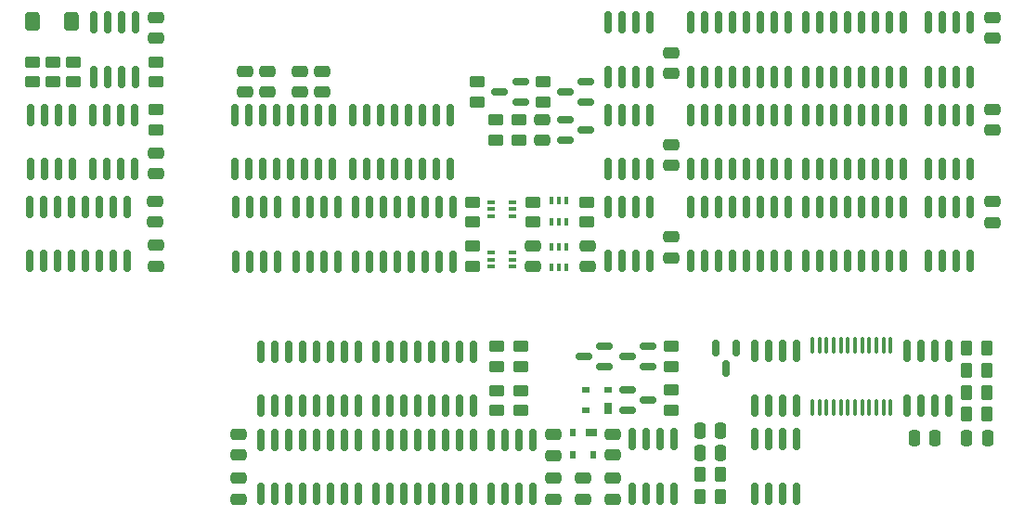
<source format=gbr>
%TF.GenerationSoftware,KiCad,Pcbnew,8.0.5-8.0.5-0~ubuntu24.04.1*%
%TF.CreationDate,2024-09-09T00:24:46+02:00*%
%TF.ProjectId,xMultislope-1v0,784d756c-7469-4736-9c6f-70652d317630,rev?*%
%TF.SameCoordinates,Original*%
%TF.FileFunction,Paste,Top*%
%TF.FilePolarity,Positive*%
%FSLAX46Y46*%
G04 Gerber Fmt 4.6, Leading zero omitted, Abs format (unit mm)*
G04 Created by KiCad (PCBNEW 8.0.5-8.0.5-0~ubuntu24.04.1) date 2024-09-09 00:24:46*
%MOMM*%
%LPD*%
G01*
G04 APERTURE LIST*
G04 Aperture macros list*
%AMRoundRect*
0 Rectangle with rounded corners*
0 $1 Rounding radius*
0 $2 $3 $4 $5 $6 $7 $8 $9 X,Y pos of 4 corners*
0 Add a 4 corners polygon primitive as box body*
4,1,4,$2,$3,$4,$5,$6,$7,$8,$9,$2,$3,0*
0 Add four circle primitives for the rounded corners*
1,1,$1+$1,$2,$3*
1,1,$1+$1,$4,$5*
1,1,$1+$1,$6,$7*
1,1,$1+$1,$8,$9*
0 Add four rect primitives between the rounded corners*
20,1,$1+$1,$2,$3,$4,$5,0*
20,1,$1+$1,$4,$5,$6,$7,0*
20,1,$1+$1,$6,$7,$8,$9,0*
20,1,$1+$1,$8,$9,$2,$3,0*%
G04 Aperture macros list end*
%ADD10RoundRect,0.250000X-0.475000X0.250000X-0.475000X-0.250000X0.475000X-0.250000X0.475000X0.250000X0*%
%ADD11RoundRect,0.250000X0.450000X-0.262500X0.450000X0.262500X-0.450000X0.262500X-0.450000X-0.262500X0*%
%ADD12RoundRect,0.150000X-0.587500X-0.150000X0.587500X-0.150000X0.587500X0.150000X-0.587500X0.150000X0*%
%ADD13RoundRect,0.100000X0.225000X0.100000X-0.225000X0.100000X-0.225000X-0.100000X0.225000X-0.100000X0*%
%ADD14RoundRect,0.100000X-0.100000X0.637500X-0.100000X-0.637500X0.100000X-0.637500X0.100000X0.637500X0*%
%ADD15R,1.000000X0.700000*%
%ADD16R,0.600000X0.700000*%
%ADD17RoundRect,0.250000X-0.450000X0.262500X-0.450000X-0.262500X0.450000X-0.262500X0.450000X0.262500X0*%
%ADD18RoundRect,0.150000X-0.150000X0.825000X-0.150000X-0.825000X0.150000X-0.825000X0.150000X0.825000X0*%
%ADD19RoundRect,0.250000X0.475000X-0.250000X0.475000X0.250000X-0.475000X0.250000X-0.475000X-0.250000X0*%
%ADD20RoundRect,0.150000X-0.150000X0.587500X-0.150000X-0.587500X0.150000X-0.587500X0.150000X0.587500X0*%
%ADD21RoundRect,0.250000X-0.262500X-0.450000X0.262500X-0.450000X0.262500X0.450000X-0.262500X0.450000X0*%
%ADD22RoundRect,0.150000X0.150000X-0.825000X0.150000X0.825000X-0.150000X0.825000X-0.150000X-0.825000X0*%
%ADD23RoundRect,0.100000X0.100000X-0.225000X0.100000X0.225000X-0.100000X0.225000X-0.100000X-0.225000X0*%
%ADD24RoundRect,0.150000X0.587500X0.150000X-0.587500X0.150000X-0.587500X-0.150000X0.587500X-0.150000X0*%
%ADD25RoundRect,0.250000X-0.400000X-0.600000X0.400000X-0.600000X0.400000X0.600000X-0.400000X0.600000X0*%
%ADD26RoundRect,0.250000X-0.250000X-0.475000X0.250000X-0.475000X0.250000X0.475000X-0.250000X0.475000X0*%
%ADD27RoundRect,0.250000X0.262500X0.450000X-0.262500X0.450000X-0.262500X-0.450000X0.262500X-0.450000X0*%
%ADD28RoundRect,0.250000X0.250000X0.475000X-0.250000X0.475000X-0.250000X-0.475000X0.250000X-0.475000X0*%
%ADD29R,0.700000X1.000000*%
%ADD30R,0.700000X0.600000*%
G04 APERTURE END LIST*
D10*
%TO.C,C11*%
X123157789Y-67942161D03*
X123157789Y-69842161D03*
%TD*%
D11*
%TO.C,R14*%
X159959614Y-98846461D03*
X159959614Y-97021461D03*
%TD*%
%TO.C,R12*%
X146050914Y-74191461D03*
X146050914Y-72366461D03*
%TD*%
D12*
%TO.C,Q12*%
X155999614Y-96983961D03*
X155999614Y-98883961D03*
X157874614Y-97933961D03*
%TD*%
D13*
%TO.C,Q4*%
X145440914Y-85741461D03*
X145440914Y-85091461D03*
X145440914Y-84441461D03*
X143540914Y-84441461D03*
X143540914Y-85091461D03*
X143540914Y-85741461D03*
%TD*%
D14*
%TO.C,U14*%
X179974614Y-92893961D03*
X179324614Y-92893961D03*
X178674614Y-92893961D03*
X178024614Y-92893961D03*
X177374614Y-92893961D03*
X176724614Y-92893961D03*
X176074614Y-92893961D03*
X175424614Y-92893961D03*
X174774614Y-92893961D03*
X174124614Y-92893961D03*
X173474614Y-92893961D03*
X172824614Y-92893961D03*
X172824614Y-98618961D03*
X173474614Y-98618961D03*
X174124614Y-98618961D03*
X174774614Y-98618961D03*
X175424614Y-98618961D03*
X176074614Y-98618961D03*
X176724614Y-98618961D03*
X177374614Y-98618961D03*
X178024614Y-98618961D03*
X178674614Y-98618961D03*
X179324614Y-98618961D03*
X179974614Y-98618961D03*
%TD*%
D15*
%TO.C,Q2*%
X152674614Y-100878961D03*
D16*
X150974614Y-100878961D03*
X150974614Y-102878961D03*
X152874614Y-102878961D03*
%TD*%
D17*
%TO.C,R20*%
X105469614Y-67056461D03*
X105469614Y-68881461D03*
%TD*%
D18*
%TO.C,RN3*%
X131419614Y-93478961D03*
X130149614Y-93478961D03*
X128879614Y-93478961D03*
X127609614Y-93478961D03*
X126339614Y-93478961D03*
X125069614Y-93478961D03*
X123799614Y-93478961D03*
X122529614Y-93478961D03*
X122529614Y-98428961D03*
X123799614Y-98428961D03*
X125069614Y-98428961D03*
X126339614Y-98428961D03*
X127609614Y-98428961D03*
X128879614Y-98428961D03*
X130149614Y-98428961D03*
X131419614Y-98428961D03*
%TD*%
D19*
%TO.C,C5*%
X159929614Y-68106561D03*
X159929614Y-66206561D03*
%TD*%
D20*
%TO.C,D1*%
X165924614Y-93191461D03*
X164024614Y-93191461D03*
X164974614Y-95066461D03*
%TD*%
D18*
%TO.C,RN2*%
X141919614Y-93478961D03*
X140649614Y-93478961D03*
X139379614Y-93478961D03*
X138109614Y-93478961D03*
X136839614Y-93478961D03*
X135569614Y-93478961D03*
X134299614Y-93478961D03*
X133029614Y-93478961D03*
X133029614Y-98428961D03*
X134299614Y-98428961D03*
X135569614Y-98428961D03*
X136839614Y-98428961D03*
X138109614Y-98428961D03*
X139379614Y-98428961D03*
X140649614Y-98428961D03*
X141919614Y-98428961D03*
%TD*%
D21*
%TO.C,R3*%
X186917114Y-93203961D03*
X188742114Y-93203961D03*
%TD*%
D11*
%TO.C,R4*%
X146224614Y-98866461D03*
X146224614Y-97041461D03*
%TD*%
D22*
%TO.C,U18*%
X154209614Y-76828961D03*
X155479614Y-76828961D03*
X156749614Y-76828961D03*
X158019614Y-76828961D03*
X158019614Y-71878961D03*
X156749614Y-71878961D03*
X155479614Y-71878961D03*
X154209614Y-71878961D03*
%TD*%
D19*
%TO.C,C4*%
X159956914Y-76520761D03*
X159956914Y-74620761D03*
%TD*%
D23*
%TO.C,Q7*%
X149070914Y-81643961D03*
X149720914Y-81643961D03*
X150370914Y-81643961D03*
X150370914Y-79743961D03*
X149720914Y-79743961D03*
X149070914Y-79743961D03*
%TD*%
D19*
%TO.C,C13*%
X126065289Y-69842161D03*
X126065289Y-67942161D03*
%TD*%
D10*
%TO.C,C9*%
X112969614Y-62993961D03*
X112969614Y-64893961D03*
%TD*%
D19*
%TO.C,C21*%
X148150914Y-74228961D03*
X148150914Y-72328961D03*
%TD*%
D11*
%TO.C,R17*%
X159959614Y-94846461D03*
X159959614Y-93021461D03*
%TD*%
D19*
%TO.C,C22*%
X149224614Y-102953961D03*
X149224614Y-101053961D03*
%TD*%
D17*
%TO.C,R27*%
X147320914Y-79863961D03*
X147320914Y-81688961D03*
%TD*%
D23*
%TO.C,Q10*%
X149070914Y-85845211D03*
X149720914Y-85845211D03*
X150370914Y-85845211D03*
X150370914Y-83945211D03*
X149720914Y-83945211D03*
X149070914Y-83945211D03*
%TD*%
D10*
%TO.C,C24*%
X112979614Y-75380210D03*
X112979614Y-77280210D03*
%TD*%
D24*
%TO.C,Q11*%
X157874614Y-94883961D03*
X157874614Y-92983961D03*
X155999614Y-93933961D03*
%TD*%
D10*
%TO.C,C25*%
X112979614Y-83803961D03*
X112979614Y-85703961D03*
%TD*%
D11*
%TO.C,R16*%
X112979614Y-73242710D03*
X112979614Y-71417710D03*
%TD*%
D25*
%TO.C,D2*%
X101729614Y-63341461D03*
X105229614Y-63341461D03*
%TD*%
D18*
%TO.C,U1*%
X105339614Y-71880210D03*
X104069614Y-71880210D03*
X102799614Y-71880210D03*
X101529614Y-71880210D03*
X101529614Y-76830210D03*
X102799614Y-76830210D03*
X104069614Y-76830210D03*
X105339614Y-76830210D03*
%TD*%
D26*
%TO.C,R33*%
X162544614Y-100703961D03*
X164444614Y-100703961D03*
%TD*%
D10*
%TO.C,C10*%
X121057789Y-67942161D03*
X121057789Y-69842161D03*
%TD*%
D21*
%TO.C,R2*%
X162582114Y-106703961D03*
X164407114Y-106703961D03*
%TD*%
D10*
%TO.C,C15*%
X149224614Y-105053961D03*
X149224614Y-106953961D03*
%TD*%
D22*
%TO.C,Q6*%
X120250289Y-85271461D03*
X121520289Y-85271461D03*
X122790289Y-85271461D03*
X124060289Y-85271461D03*
X124060289Y-80321461D03*
X122790289Y-80321461D03*
X121520289Y-80321461D03*
X120250289Y-80321461D03*
%TD*%
%TO.C,U12*%
X172274614Y-76843561D03*
X173544614Y-76843561D03*
X174814614Y-76843561D03*
X176084614Y-76843561D03*
X177354614Y-76843561D03*
X178624614Y-76843561D03*
X179894614Y-76843561D03*
X181164614Y-76843561D03*
X181164614Y-71893561D03*
X179894614Y-71893561D03*
X178624614Y-71893561D03*
X177354614Y-71893561D03*
X176084614Y-71893561D03*
X174814614Y-71893561D03*
X173544614Y-71893561D03*
X172274614Y-71893561D03*
%TD*%
D17*
%TO.C,R13*%
X112969614Y-67056461D03*
X112969614Y-68881461D03*
%TD*%
D10*
%TO.C,C17*%
X120474614Y-101003961D03*
X120474614Y-102903961D03*
%TD*%
D19*
%TO.C,C3*%
X159962314Y-84933861D03*
X159962314Y-83033861D03*
%TD*%
%TO.C,C8*%
X112919614Y-81688961D03*
X112919614Y-79788961D03*
%TD*%
D24*
%TO.C,Q3*%
X152207289Y-70728961D03*
X152207289Y-68828961D03*
X150332289Y-69778961D03*
%TD*%
D18*
%TO.C,RN4*%
X110369614Y-80288961D03*
X109099614Y-80288961D03*
X107829614Y-80288961D03*
X106559614Y-80288961D03*
X105289614Y-80288961D03*
X104019614Y-80288961D03*
X102749614Y-80288961D03*
X101479614Y-80288961D03*
X101479614Y-85238961D03*
X102749614Y-85238961D03*
X104019614Y-85238961D03*
X105289614Y-85238961D03*
X106559614Y-85238961D03*
X107829614Y-85238961D03*
X109099614Y-85238961D03*
X110369614Y-85238961D03*
%TD*%
D22*
%TO.C,Q5*%
X125755289Y-85276461D03*
X127025289Y-85276461D03*
X128295289Y-85276461D03*
X129565289Y-85276461D03*
X129565289Y-80326461D03*
X128295289Y-80326461D03*
X127025289Y-80326461D03*
X125755289Y-80326461D03*
%TD*%
%TO.C,RN5*%
X161706814Y-76832761D03*
X162976814Y-76832761D03*
X164246814Y-76832761D03*
X165516814Y-76832761D03*
X166786814Y-76832761D03*
X168056814Y-76832761D03*
X169326814Y-76832761D03*
X170596814Y-76832761D03*
X170596814Y-71882761D03*
X169326814Y-71882761D03*
X168056814Y-71882761D03*
X166786814Y-71882761D03*
X165516814Y-71882761D03*
X164246814Y-71882761D03*
X162976814Y-71882761D03*
X161706814Y-71882761D03*
%TD*%
%TO.C,RN6*%
X161706814Y-85232761D03*
X162976814Y-85232761D03*
X164246814Y-85232761D03*
X165516814Y-85232761D03*
X166786814Y-85232761D03*
X168056814Y-85232761D03*
X169326814Y-85232761D03*
X170596814Y-85232761D03*
X170596814Y-80282761D03*
X169326814Y-80282761D03*
X168056814Y-80282761D03*
X166786814Y-80282761D03*
X165516814Y-80282761D03*
X164246814Y-80282761D03*
X162976814Y-80282761D03*
X161706814Y-80282761D03*
%TD*%
D27*
%TO.C,R15*%
X164407114Y-104703961D03*
X162582114Y-104703961D03*
%TD*%
D22*
%TO.C,U9*%
X172274614Y-85232761D03*
X173544614Y-85232761D03*
X174814614Y-85232761D03*
X176084614Y-85232761D03*
X177354614Y-85232761D03*
X178624614Y-85232761D03*
X179894614Y-85232761D03*
X181164614Y-85232761D03*
X181164614Y-80282761D03*
X179894614Y-80282761D03*
X178624614Y-80282761D03*
X177354614Y-80282761D03*
X176084614Y-80282761D03*
X174814614Y-80282761D03*
X173544614Y-80282761D03*
X172274614Y-80282761D03*
%TD*%
D11*
%TO.C,R28*%
X152270914Y-81686461D03*
X152270914Y-79861461D03*
%TD*%
D18*
%TO.C,U10*%
X139804739Y-71887161D03*
X138534739Y-71887161D03*
X137264739Y-71887161D03*
X135994739Y-71887161D03*
X134724739Y-71887161D03*
X133454739Y-71887161D03*
X132184739Y-71887161D03*
X130914739Y-71887161D03*
X130914739Y-76837161D03*
X132184739Y-76837161D03*
X133454739Y-76837161D03*
X134724739Y-76837161D03*
X135994739Y-76837161D03*
X137264739Y-76837161D03*
X138534739Y-76837161D03*
X139804739Y-76837161D03*
%TD*%
D19*
%TO.C,C12*%
X128157789Y-69842161D03*
X128157789Y-67942161D03*
%TD*%
D18*
%TO.C,U16*%
X111079614Y-63468961D03*
X109809614Y-63468961D03*
X108539614Y-63468961D03*
X107269614Y-63468961D03*
X107269614Y-68418961D03*
X108539614Y-68418961D03*
X109809614Y-68418961D03*
X111079614Y-68418961D03*
%TD*%
%TO.C,U15*%
X171379614Y-93433961D03*
X170109614Y-93433961D03*
X168839614Y-93433961D03*
X167569614Y-93433961D03*
X167569614Y-98383961D03*
X168839614Y-98383961D03*
X170109614Y-98383961D03*
X171379614Y-98383961D03*
%TD*%
D19*
%TO.C,C14*%
X154624614Y-102928961D03*
X154624614Y-101028961D03*
%TD*%
D22*
%TO.C,U5*%
X181424614Y-98378961D03*
X182694614Y-98378961D03*
X183964614Y-98378961D03*
X185234614Y-98378961D03*
X185234614Y-93428961D03*
X183964614Y-93428961D03*
X182694614Y-93428961D03*
X181424614Y-93428961D03*
%TD*%
D18*
%TO.C,U4*%
X160244614Y-101503961D03*
X158974614Y-101503961D03*
X157704614Y-101503961D03*
X156434614Y-101503961D03*
X156434614Y-106453961D03*
X157704614Y-106453961D03*
X158974614Y-106453961D03*
X160244614Y-106453961D03*
%TD*%
%TO.C,U3*%
X131419614Y-101528961D03*
X130149614Y-101528961D03*
X128879614Y-101528961D03*
X127609614Y-101528961D03*
X126339614Y-101528961D03*
X125069614Y-101528961D03*
X123799614Y-101528961D03*
X122529614Y-101528961D03*
X122529614Y-106478961D03*
X123799614Y-106478961D03*
X125069614Y-106478961D03*
X126339614Y-106478961D03*
X127609614Y-106478961D03*
X128879614Y-106478961D03*
X130149614Y-106478961D03*
X131419614Y-106478961D03*
%TD*%
D11*
%TO.C,R21*%
X141820914Y-81691461D03*
X141820914Y-79866461D03*
%TD*%
D19*
%TO.C,C18*%
X120474614Y-106953961D03*
X120474614Y-105053961D03*
%TD*%
D10*
%TO.C,C29*%
X154624614Y-105028961D03*
X154624614Y-106928961D03*
%TD*%
D24*
%TO.C,U28*%
X146207289Y-70727961D03*
X146207289Y-68827961D03*
X144332289Y-69777961D03*
%TD*%
D18*
%TO.C,U8*%
X171379614Y-101508961D03*
X170109614Y-101508961D03*
X168839614Y-101508961D03*
X167569614Y-101508961D03*
X167569614Y-106458961D03*
X168839614Y-106458961D03*
X170109614Y-106458961D03*
X171379614Y-106458961D03*
%TD*%
D11*
%TO.C,R1*%
X146224614Y-94866461D03*
X146224614Y-93041461D03*
%TD*%
D10*
%TO.C,C7*%
X147320914Y-83843961D03*
X147320914Y-85743961D03*
%TD*%
D26*
%TO.C,C16*%
X182140000Y-101350000D03*
X184040000Y-101350000D03*
%TD*%
D17*
%TO.C,R19*%
X103569614Y-67056461D03*
X103569614Y-68881461D03*
%TD*%
D21*
%TO.C,R8*%
X186917114Y-99203961D03*
X188742114Y-99203961D03*
%TD*%
D22*
%TO.C,RN8*%
X161706814Y-68432761D03*
X162976814Y-68432761D03*
X164246814Y-68432761D03*
X165516814Y-68432761D03*
X166786814Y-68432761D03*
X168056814Y-68432761D03*
X169326814Y-68432761D03*
X170596814Y-68432761D03*
X170596814Y-63482761D03*
X169326814Y-63482761D03*
X168056814Y-63482761D03*
X166786814Y-63482761D03*
X165516814Y-63482761D03*
X164246814Y-63482761D03*
X162976814Y-63482761D03*
X161706814Y-63482761D03*
%TD*%
D18*
%TO.C,U2*%
X141919614Y-101528961D03*
X140649614Y-101528961D03*
X139379614Y-101528961D03*
X138109614Y-101528961D03*
X136839614Y-101528961D03*
X135569614Y-101528961D03*
X134299614Y-101528961D03*
X133029614Y-101528961D03*
X133029614Y-106478961D03*
X134299614Y-106478961D03*
X135569614Y-106478961D03*
X136839614Y-106478961D03*
X138109614Y-106478961D03*
X139379614Y-106478961D03*
X140649614Y-106478961D03*
X141919614Y-106478961D03*
%TD*%
D19*
%TO.C,C19*%
X189214614Y-73314761D03*
X189214614Y-71414761D03*
%TD*%
D11*
%TO.C,R18*%
X101669614Y-68881461D03*
X101669614Y-67056461D03*
%TD*%
D12*
%TO.C,U27*%
X150275914Y-72328961D03*
X150275914Y-74228961D03*
X152150914Y-73278961D03*
%TD*%
D11*
%TO.C,R22*%
X141820914Y-85721461D03*
X141820914Y-83896461D03*
%TD*%
D28*
%TO.C,C1*%
X164444614Y-102703961D03*
X162544614Y-102703961D03*
%TD*%
D27*
%TO.C,R5*%
X188742114Y-95203961D03*
X186917114Y-95203961D03*
%TD*%
D24*
%TO.C,D3*%
X153874614Y-94883961D03*
X153874614Y-92983961D03*
X151999614Y-93933961D03*
%TD*%
D22*
%TO.C,U25*%
X183394614Y-85228961D03*
X184664614Y-85228961D03*
X185934614Y-85228961D03*
X187204614Y-85228961D03*
X187204614Y-80278961D03*
X185934614Y-80278961D03*
X184664614Y-80278961D03*
X183394614Y-80278961D03*
%TD*%
D10*
%TO.C,C2*%
X151924614Y-105028961D03*
X151924614Y-106928961D03*
%TD*%
D27*
%TO.C,R9*%
X188742114Y-97203961D03*
X186917114Y-97203961D03*
%TD*%
D19*
%TO.C,C20*%
X189214614Y-81703961D03*
X189214614Y-79803961D03*
%TD*%
D22*
%TO.C,U20*%
X154209614Y-68414761D03*
X155479614Y-68414761D03*
X156749614Y-68414761D03*
X158019614Y-68414761D03*
X158019614Y-63464761D03*
X156749614Y-63464761D03*
X155479614Y-63464761D03*
X154209614Y-63464761D03*
%TD*%
D18*
%TO.C,U6*%
X147379614Y-101528961D03*
X146109614Y-101528961D03*
X144839614Y-101528961D03*
X143569614Y-101528961D03*
X143569614Y-106478961D03*
X144839614Y-106478961D03*
X146109614Y-106478961D03*
X147379614Y-106478961D03*
%TD*%
D11*
%TO.C,R29*%
X148269789Y-70690461D03*
X148269789Y-68865461D03*
%TD*%
D18*
%TO.C,U24*%
X129067789Y-71883961D03*
X127797789Y-71883961D03*
X126527789Y-71883961D03*
X125257789Y-71883961D03*
X123987789Y-71883961D03*
X122717789Y-71883961D03*
X121447789Y-71883961D03*
X120177789Y-71883961D03*
X120177789Y-76833961D03*
X121447789Y-76833961D03*
X122717789Y-76833961D03*
X123987789Y-76833961D03*
X125257789Y-76833961D03*
X126527789Y-76833961D03*
X127797789Y-76833961D03*
X129067789Y-76833961D03*
%TD*%
D29*
%TO.C,Q8*%
X154187114Y-98683961D03*
D30*
X154187114Y-96983961D03*
X152187114Y-96983961D03*
X152187114Y-98883961D03*
%TD*%
D18*
%TO.C,U7*%
X111039614Y-71880210D03*
X109769614Y-71880210D03*
X108499614Y-71880210D03*
X107229614Y-71880210D03*
X107229614Y-76830210D03*
X108499614Y-76830210D03*
X109769614Y-76830210D03*
X111039614Y-76830210D03*
%TD*%
D11*
%TO.C,R6*%
X144069614Y-98866461D03*
X144069614Y-97041461D03*
%TD*%
D22*
%TO.C,U23*%
X183384614Y-68434761D03*
X184654614Y-68434761D03*
X185924614Y-68434761D03*
X187194614Y-68434761D03*
X187194614Y-63484761D03*
X185924614Y-63484761D03*
X184654614Y-63484761D03*
X183384614Y-63484761D03*
%TD*%
%TO.C,U26*%
X172274614Y-68438561D03*
X173544614Y-68438561D03*
X174814614Y-68438561D03*
X176084614Y-68438561D03*
X177354614Y-68438561D03*
X178624614Y-68438561D03*
X179894614Y-68438561D03*
X181164614Y-68438561D03*
X181164614Y-63488561D03*
X179894614Y-63488561D03*
X178624614Y-63488561D03*
X177354614Y-63488561D03*
X176084614Y-63488561D03*
X174814614Y-63488561D03*
X173544614Y-63488561D03*
X172274614Y-63488561D03*
%TD*%
D11*
%TO.C,R30*%
X143950914Y-74191461D03*
X143950914Y-72366461D03*
%TD*%
D22*
%TO.C,U11*%
X183384614Y-76839761D03*
X184654614Y-76839761D03*
X185924614Y-76839761D03*
X187194614Y-76839761D03*
X187194614Y-71889761D03*
X185924614Y-71889761D03*
X184654614Y-71889761D03*
X183384614Y-71889761D03*
%TD*%
%TO.C,U21*%
X154214614Y-85238961D03*
X155484614Y-85238961D03*
X156754614Y-85238961D03*
X158024614Y-85238961D03*
X158024614Y-80288961D03*
X156754614Y-80288961D03*
X155484614Y-80288961D03*
X154214614Y-80288961D03*
%TD*%
D28*
%TO.C,C23*%
X188790000Y-101350000D03*
X186890000Y-101350000D03*
%TD*%
D18*
%TO.C,RN9*%
X140067789Y-80333961D03*
X138797789Y-80333961D03*
X137527789Y-80333961D03*
X136257789Y-80333961D03*
X134987789Y-80333961D03*
X133717789Y-80333961D03*
X132447789Y-80333961D03*
X131177789Y-80333961D03*
X131177789Y-85283961D03*
X132447789Y-85283961D03*
X133717789Y-85283961D03*
X134987789Y-85283961D03*
X136257789Y-85283961D03*
X137527789Y-85283961D03*
X138797789Y-85283961D03*
X140067789Y-85283961D03*
%TD*%
D17*
%TO.C,R10*%
X142269789Y-68875461D03*
X142269789Y-70700461D03*
%TD*%
D10*
%TO.C,C6*%
X152300914Y-83828961D03*
X152300914Y-85728961D03*
%TD*%
D13*
%TO.C,Q9*%
X145470914Y-81148961D03*
X145470914Y-80498961D03*
X145470914Y-79848961D03*
X143570914Y-79848961D03*
X143570914Y-80498961D03*
X143570914Y-81148961D03*
%TD*%
D17*
%TO.C,R7*%
X144069614Y-93041461D03*
X144069614Y-94866461D03*
%TD*%
D19*
%TO.C,C26*%
X189214614Y-64909761D03*
X189214614Y-63009761D03*
%TD*%
M02*

</source>
